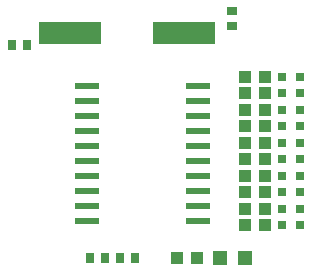
<source format=gtp>
G75*
G70*
%OFA0B0*%
%FSLAX24Y24*%
%IPPOS*%
%LPD*%
%AMOC8*
5,1,8,0,0,1.08239X$1,22.5*
%
%ADD10R,0.0787X0.0236*%
%ADD11R,0.0472X0.0472*%
%ADD12R,0.0315X0.0315*%
%ADD13R,0.0394X0.0433*%
%ADD14R,0.0276X0.0354*%
%ADD15R,0.2100X0.0760*%
%ADD16R,0.0354X0.0276*%
D10*
X004666Y003475D03*
X004666Y003975D03*
X004666Y004475D03*
X004666Y004975D03*
X004666Y005475D03*
X004666Y005975D03*
X004666Y006475D03*
X004666Y006975D03*
X004666Y007475D03*
X004666Y007975D03*
X008367Y007975D03*
X008367Y007475D03*
X008367Y006975D03*
X008367Y006475D03*
X008367Y005975D03*
X008367Y005475D03*
X008367Y004975D03*
X008367Y004475D03*
X008367Y003975D03*
X008367Y003475D03*
D11*
X009103Y002225D03*
X009930Y002225D03*
D12*
X011171Y003325D03*
X011762Y003325D03*
X011762Y003875D03*
X011171Y003875D03*
X011171Y004425D03*
X011171Y004975D03*
X011762Y004975D03*
X011762Y004425D03*
X011762Y005525D03*
X011171Y005525D03*
X011171Y006075D03*
X011762Y006075D03*
X011762Y006625D03*
X011762Y007175D03*
X011171Y007175D03*
X011171Y006625D03*
X011171Y007725D03*
X011762Y007725D03*
X011762Y008275D03*
X011171Y008275D03*
D13*
X010601Y008275D03*
X009932Y008275D03*
X009932Y007725D03*
X010601Y007725D03*
X010601Y007175D03*
X010601Y006625D03*
X009932Y006625D03*
X009932Y007175D03*
X009932Y006075D03*
X010601Y006075D03*
X010601Y005525D03*
X009932Y005525D03*
X009932Y004975D03*
X009932Y004425D03*
X010601Y004425D03*
X010601Y004975D03*
X010601Y003875D03*
X009932Y003875D03*
X009932Y003325D03*
X010601Y003325D03*
X008351Y002225D03*
X007682Y002225D03*
D14*
X006273Y002225D03*
X005761Y002225D03*
X005273Y002225D03*
X004761Y002225D03*
X002673Y009325D03*
X002161Y009325D03*
D15*
X004117Y009725D03*
X007917Y009725D03*
D16*
X009517Y009969D03*
X009517Y010481D03*
M02*

</source>
